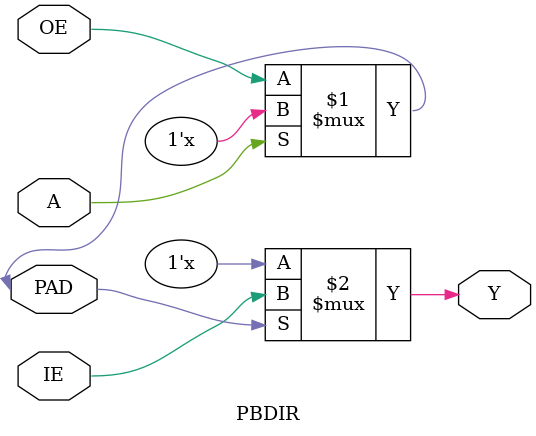
<source format=v>
module PBDIR(input IE,OE,A,
 			output Y,
			inout PAD);
bufif0 g1(PAD,OE,A);
bufif1 g2(Y,IE,PAD);
endmodule


</source>
